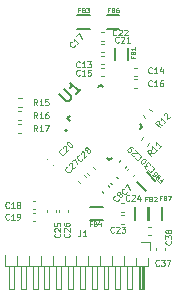
<source format=gbr>
%TF.GenerationSoftware,KiCad,Pcbnew,(6.0.5)*%
%TF.CreationDate,2023-11-22T15:12:11+07:00*%
%TF.ProjectId,lidar,6c696461-722e-46b6-9963-61645f706362,rev?*%
%TF.SameCoordinates,Original*%
%TF.FileFunction,Legend,Top*%
%TF.FilePolarity,Positive*%
%FSLAX46Y46*%
G04 Gerber Fmt 4.6, Leading zero omitted, Abs format (unit mm)*
G04 Created by KiCad (PCBNEW (6.0.5)) date 2023-11-22 15:12:11*
%MOMM*%
%LPD*%
G01*
G04 APERTURE LIST*
%ADD10C,0.125000*%
%ADD11C,0.098425*%
%ADD12C,0.150000*%
%ADD13C,0.120000*%
%ADD14C,0.127000*%
%ADD15C,0.200000*%
G04 APERTURE END LIST*
D10*
%TO.C,C21*%
X139178571Y-76178571D02*
X139154761Y-76202380D01*
X139083333Y-76226190D01*
X139035714Y-76226190D01*
X138964285Y-76202380D01*
X138916666Y-76154761D01*
X138892857Y-76107142D01*
X138869047Y-76011904D01*
X138869047Y-75940476D01*
X138892857Y-75845238D01*
X138916666Y-75797619D01*
X138964285Y-75750000D01*
X139035714Y-75726190D01*
X139083333Y-75726190D01*
X139154761Y-75750000D01*
X139178571Y-75773809D01*
X139369047Y-75773809D02*
X139392857Y-75750000D01*
X139440476Y-75726190D01*
X139559523Y-75726190D01*
X139607142Y-75750000D01*
X139630952Y-75773809D01*
X139654761Y-75821428D01*
X139654761Y-75869047D01*
X139630952Y-75940476D01*
X139345238Y-76226190D01*
X139654761Y-76226190D01*
X140130952Y-76226190D02*
X139845238Y-76226190D01*
X139988095Y-76226190D02*
X139988095Y-75726190D01*
X139940476Y-75797619D01*
X139892857Y-75845238D01*
X139845238Y-75869047D01*
%TO.C,C27*%
X135098983Y-87053553D02*
X135098983Y-87087225D01*
X135065311Y-87154568D01*
X135031640Y-87188240D01*
X134964296Y-87221912D01*
X134896953Y-87221912D01*
X134846445Y-87205076D01*
X134762266Y-87154568D01*
X134711758Y-87104061D01*
X134661250Y-87019881D01*
X134644415Y-86969374D01*
X134644415Y-86902030D01*
X134678086Y-86834687D01*
X134711758Y-86801015D01*
X134779102Y-86767343D01*
X134812773Y-86767343D01*
X134947460Y-86632656D02*
X134947460Y-86598984D01*
X134964296Y-86548477D01*
X135048476Y-86464297D01*
X135098983Y-86447461D01*
X135132655Y-86447461D01*
X135183163Y-86464297D01*
X135216834Y-86497969D01*
X135250506Y-86565312D01*
X135250506Y-86969374D01*
X135469373Y-86750507D01*
X135233670Y-86279103D02*
X135469373Y-86043400D01*
X135671403Y-86548477D01*
%TO.C,C19*%
X129878571Y-91178571D02*
X129854761Y-91202380D01*
X129783333Y-91226190D01*
X129735714Y-91226190D01*
X129664285Y-91202380D01*
X129616666Y-91154761D01*
X129592857Y-91107142D01*
X129569047Y-91011904D01*
X129569047Y-90940476D01*
X129592857Y-90845238D01*
X129616666Y-90797619D01*
X129664285Y-90750000D01*
X129735714Y-90726190D01*
X129783333Y-90726190D01*
X129854761Y-90750000D01*
X129878571Y-90773809D01*
X130354761Y-91226190D02*
X130069047Y-91226190D01*
X130211904Y-91226190D02*
X130211904Y-90726190D01*
X130164285Y-90797619D01*
X130116666Y-90845238D01*
X130069047Y-90869047D01*
X130592857Y-91226190D02*
X130688095Y-91226190D01*
X130735714Y-91202380D01*
X130759523Y-91178571D01*
X130807142Y-91107142D01*
X130830952Y-91011904D01*
X130830952Y-90821428D01*
X130807142Y-90773809D01*
X130783333Y-90750000D01*
X130735714Y-90726190D01*
X130640476Y-90726190D01*
X130592857Y-90750000D01*
X130569047Y-90773809D01*
X130545238Y-90821428D01*
X130545238Y-90940476D01*
X130569047Y-90988095D01*
X130592857Y-91011904D01*
X130640476Y-91035714D01*
X130735714Y-91035714D01*
X130783333Y-91011904D01*
X130807142Y-90988095D01*
X130830952Y-90940476D01*
%TO.C,C14*%
X141978571Y-78778571D02*
X141954761Y-78802380D01*
X141883333Y-78826190D01*
X141835714Y-78826190D01*
X141764285Y-78802380D01*
X141716666Y-78754761D01*
X141692857Y-78707142D01*
X141669047Y-78611904D01*
X141669047Y-78540476D01*
X141692857Y-78445238D01*
X141716666Y-78397619D01*
X141764285Y-78350000D01*
X141835714Y-78326190D01*
X141883333Y-78326190D01*
X141954761Y-78350000D01*
X141978571Y-78373809D01*
X142454761Y-78826190D02*
X142169047Y-78826190D01*
X142311904Y-78826190D02*
X142311904Y-78326190D01*
X142264285Y-78397619D01*
X142216666Y-78445238D01*
X142169047Y-78469047D01*
X142883333Y-78492857D02*
X142883333Y-78826190D01*
X142764285Y-78302380D02*
X142645238Y-78659523D01*
X142954761Y-78659523D01*
%TO.C,C25*%
X134178571Y-92421428D02*
X134202380Y-92445238D01*
X134226190Y-92516666D01*
X134226190Y-92564285D01*
X134202380Y-92635714D01*
X134154761Y-92683333D01*
X134107142Y-92707142D01*
X134011904Y-92730952D01*
X133940476Y-92730952D01*
X133845238Y-92707142D01*
X133797619Y-92683333D01*
X133750000Y-92635714D01*
X133726190Y-92564285D01*
X133726190Y-92516666D01*
X133750000Y-92445238D01*
X133773809Y-92421428D01*
X133773809Y-92230952D02*
X133750000Y-92207142D01*
X133726190Y-92159523D01*
X133726190Y-92040476D01*
X133750000Y-91992857D01*
X133773809Y-91969047D01*
X133821428Y-91945238D01*
X133869047Y-91945238D01*
X133940476Y-91969047D01*
X134226190Y-92254761D01*
X134226190Y-91945238D01*
X133726190Y-91492857D02*
X133726190Y-91730952D01*
X133964285Y-91754761D01*
X133940476Y-91730952D01*
X133916666Y-91683333D01*
X133916666Y-91564285D01*
X133940476Y-91516666D01*
X133964285Y-91492857D01*
X134011904Y-91469047D01*
X134130952Y-91469047D01*
X134178571Y-91492857D01*
X134202380Y-91516666D01*
X134226190Y-91564285D01*
X134226190Y-91683333D01*
X134202380Y-91730952D01*
X134178571Y-91754761D01*
%TO.C,C7*%
X139867343Y-88885194D02*
X139867343Y-88918866D01*
X139833671Y-88986209D01*
X139800000Y-89019881D01*
X139732656Y-89053553D01*
X139665312Y-89053553D01*
X139614805Y-89036717D01*
X139530625Y-88986209D01*
X139480118Y-88935702D01*
X139429610Y-88851522D01*
X139412774Y-88801015D01*
X139412774Y-88733671D01*
X139446446Y-88666328D01*
X139480118Y-88632656D01*
X139547461Y-88598984D01*
X139581133Y-88598984D01*
X139665312Y-88447461D02*
X139901015Y-88211759D01*
X140103045Y-88716835D01*
%TO.C,C23*%
X138778571Y-92278571D02*
X138754761Y-92302380D01*
X138683333Y-92326190D01*
X138635714Y-92326190D01*
X138564285Y-92302380D01*
X138516666Y-92254761D01*
X138492857Y-92207142D01*
X138469047Y-92111904D01*
X138469047Y-92040476D01*
X138492857Y-91945238D01*
X138516666Y-91897619D01*
X138564285Y-91850000D01*
X138635714Y-91826190D01*
X138683333Y-91826190D01*
X138754761Y-91850000D01*
X138778571Y-91873809D01*
X138969047Y-91873809D02*
X138992857Y-91850000D01*
X139040476Y-91826190D01*
X139159523Y-91826190D01*
X139207142Y-91850000D01*
X139230952Y-91873809D01*
X139254761Y-91921428D01*
X139254761Y-91969047D01*
X139230952Y-92040476D01*
X138945238Y-92326190D01*
X139254761Y-92326190D01*
X139421428Y-91826190D02*
X139730952Y-91826190D01*
X139564285Y-92016666D01*
X139635714Y-92016666D01*
X139683333Y-92040476D01*
X139707142Y-92064285D01*
X139730952Y-92111904D01*
X139730952Y-92230952D01*
X139707142Y-92278571D01*
X139683333Y-92302380D01*
X139635714Y-92326190D01*
X139492857Y-92326190D01*
X139445238Y-92302380D01*
X139421428Y-92278571D01*
%TO.C,C28*%
X136098983Y-86053553D02*
X136098983Y-86087225D01*
X136065311Y-86154568D01*
X136031640Y-86188240D01*
X135964296Y-86221912D01*
X135896953Y-86221912D01*
X135846445Y-86205076D01*
X135762266Y-86154568D01*
X135711758Y-86104061D01*
X135661250Y-86019881D01*
X135644415Y-85969374D01*
X135644415Y-85902030D01*
X135678086Y-85834687D01*
X135711758Y-85801015D01*
X135779102Y-85767343D01*
X135812773Y-85767343D01*
X135947460Y-85632656D02*
X135947460Y-85598984D01*
X135964296Y-85548477D01*
X136048476Y-85464297D01*
X136098983Y-85447461D01*
X136132655Y-85447461D01*
X136183163Y-85464297D01*
X136216834Y-85497969D01*
X136250506Y-85565312D01*
X136250506Y-85969374D01*
X136469373Y-85750507D01*
X136469373Y-85346446D02*
X136418865Y-85363282D01*
X136385193Y-85363282D01*
X136334686Y-85346446D01*
X136317850Y-85329610D01*
X136301014Y-85279103D01*
X136301014Y-85245431D01*
X136317850Y-85194923D01*
X136385193Y-85127580D01*
X136435701Y-85110744D01*
X136469373Y-85110744D01*
X136519880Y-85127580D01*
X136536716Y-85144416D01*
X136553552Y-85194923D01*
X136553552Y-85228595D01*
X136536716Y-85279103D01*
X136469373Y-85346446D01*
X136452537Y-85396954D01*
X136452537Y-85430625D01*
X136469373Y-85481133D01*
X136536716Y-85548477D01*
X136587224Y-85565312D01*
X136620895Y-85565312D01*
X136671403Y-85548477D01*
X136738747Y-85481133D01*
X136755582Y-85430625D01*
X136755582Y-85396954D01*
X136738747Y-85346446D01*
X136671403Y-85279103D01*
X136620895Y-85262267D01*
X136587224Y-85262267D01*
X136536716Y-85279103D01*
%TO.C,R12*%
X142832656Y-83187225D02*
X142546446Y-83136717D01*
X142630625Y-83389255D02*
X142277072Y-83035702D01*
X142411759Y-82901015D01*
X142462267Y-82884179D01*
X142495938Y-82884179D01*
X142546446Y-82901015D01*
X142596954Y-82951522D01*
X142613790Y-83002030D01*
X142613790Y-83035702D01*
X142596954Y-83086209D01*
X142462267Y-83220896D01*
X143169374Y-82850507D02*
X142967343Y-83052538D01*
X143068358Y-82951522D02*
X142714805Y-82597969D01*
X142731641Y-82682148D01*
X142731641Y-82749492D01*
X142714805Y-82800000D01*
X142984179Y-82395938D02*
X142984179Y-82362267D01*
X143001015Y-82311759D01*
X143085194Y-82227580D01*
X143135702Y-82210744D01*
X143169374Y-82210744D01*
X143219881Y-82227580D01*
X143253553Y-82261251D01*
X143287225Y-82328595D01*
X143287225Y-82732656D01*
X143506091Y-82513790D01*
%TO.C,C30*%
X141953553Y-86701014D02*
X141987225Y-86701014D01*
X142054568Y-86734686D01*
X142088240Y-86768357D01*
X142121912Y-86835701D01*
X142121912Y-86903044D01*
X142105076Y-86953552D01*
X142054568Y-87037731D01*
X142004061Y-87088239D01*
X141919881Y-87138747D01*
X141869374Y-87155582D01*
X141802030Y-87155582D01*
X141734687Y-87121911D01*
X141701015Y-87088239D01*
X141667343Y-87020895D01*
X141667343Y-86987224D01*
X141515820Y-86903044D02*
X141296954Y-86684178D01*
X141549492Y-86667342D01*
X141498984Y-86616834D01*
X141482148Y-86566327D01*
X141482148Y-86532655D01*
X141498984Y-86482147D01*
X141583164Y-86397968D01*
X141633671Y-86381132D01*
X141667343Y-86381132D01*
X141717851Y-86397968D01*
X141818866Y-86498983D01*
X141835702Y-86549491D01*
X141835702Y-86583163D01*
X141078087Y-86465311D02*
X141044416Y-86431640D01*
X141027580Y-86381132D01*
X141027580Y-86347460D01*
X141044416Y-86296953D01*
X141094923Y-86212773D01*
X141179103Y-86128594D01*
X141263282Y-86078086D01*
X141313790Y-86061250D01*
X141347461Y-86061250D01*
X141397969Y-86078086D01*
X141431641Y-86111758D01*
X141448477Y-86162266D01*
X141448477Y-86195937D01*
X141431641Y-86246445D01*
X141381133Y-86330624D01*
X141296954Y-86414804D01*
X141212774Y-86465311D01*
X141162267Y-86482147D01*
X141128595Y-86482147D01*
X141078087Y-86465311D01*
%TO.C,C17*%
X135464670Y-76456496D02*
X135464670Y-76490168D01*
X135430998Y-76557511D01*
X135397327Y-76591183D01*
X135329983Y-76624855D01*
X135262640Y-76624855D01*
X135212132Y-76608019D01*
X135127953Y-76557511D01*
X135077445Y-76507004D01*
X135026937Y-76422824D01*
X135010102Y-76372317D01*
X135010102Y-76304973D01*
X135043773Y-76237630D01*
X135077445Y-76203958D01*
X135144789Y-76170286D01*
X135178460Y-76170286D01*
X135835060Y-76153450D02*
X135633029Y-76355481D01*
X135734044Y-76254465D02*
X135380491Y-75900912D01*
X135397327Y-75985091D01*
X135397327Y-76052435D01*
X135380491Y-76102943D01*
X135599357Y-75682046D02*
X135835060Y-75446343D01*
X136037090Y-75951420D01*
%TO.C,R11*%
X142132655Y-85587225D02*
X141846445Y-85536717D01*
X141930624Y-85789255D02*
X141577071Y-85435702D01*
X141711758Y-85301015D01*
X141762266Y-85284179D01*
X141795937Y-85284179D01*
X141846445Y-85301015D01*
X141896953Y-85351522D01*
X141913789Y-85402030D01*
X141913789Y-85435702D01*
X141896953Y-85486209D01*
X141762266Y-85620896D01*
X142469373Y-85250507D02*
X142267342Y-85452538D01*
X142368357Y-85351522D02*
X142014804Y-84997969D01*
X142031640Y-85082148D01*
X142031640Y-85149492D01*
X142014804Y-85200000D01*
X142806090Y-84913790D02*
X142604060Y-85115820D01*
X142705075Y-85014805D02*
X142351521Y-84661251D01*
X142368357Y-84745431D01*
X142368357Y-84812774D01*
X142351521Y-84863282D01*
%TO.C,C8*%
X139167343Y-89485194D02*
X139167343Y-89518866D01*
X139133671Y-89586209D01*
X139100000Y-89619881D01*
X139032656Y-89653553D01*
X138965312Y-89653553D01*
X138914805Y-89636717D01*
X138830625Y-89586209D01*
X138780118Y-89535702D01*
X138729610Y-89451522D01*
X138712774Y-89401015D01*
X138712774Y-89333671D01*
X138746446Y-89266328D01*
X138780118Y-89232656D01*
X138847461Y-89198984D01*
X138881133Y-89198984D01*
X139201015Y-89114805D02*
X139150507Y-89131641D01*
X139116835Y-89131641D01*
X139066328Y-89114805D01*
X139049492Y-89097969D01*
X139032656Y-89047461D01*
X139032656Y-89013790D01*
X139049492Y-88963282D01*
X139116835Y-88895938D01*
X139167343Y-88879103D01*
X139201015Y-88879103D01*
X139251522Y-88895938D01*
X139268358Y-88912774D01*
X139285194Y-88963282D01*
X139285194Y-88996954D01*
X139268358Y-89047461D01*
X139201015Y-89114805D01*
X139184179Y-89165312D01*
X139184179Y-89198984D01*
X139201015Y-89249492D01*
X139268358Y-89316835D01*
X139318866Y-89333671D01*
X139352538Y-89333671D01*
X139403045Y-89316835D01*
X139470389Y-89249492D01*
X139487225Y-89198984D01*
X139487225Y-89165312D01*
X139470389Y-89114805D01*
X139403045Y-89047461D01*
X139352538Y-89030625D01*
X139318866Y-89030625D01*
X139268358Y-89047461D01*
%TO.C,C18*%
X129878571Y-90178571D02*
X129854761Y-90202380D01*
X129783333Y-90226190D01*
X129735714Y-90226190D01*
X129664285Y-90202380D01*
X129616666Y-90154761D01*
X129592857Y-90107142D01*
X129569047Y-90011904D01*
X129569047Y-89940476D01*
X129592857Y-89845238D01*
X129616666Y-89797619D01*
X129664285Y-89750000D01*
X129735714Y-89726190D01*
X129783333Y-89726190D01*
X129854761Y-89750000D01*
X129878571Y-89773809D01*
X130354761Y-90226190D02*
X130069047Y-90226190D01*
X130211904Y-90226190D02*
X130211904Y-89726190D01*
X130164285Y-89797619D01*
X130116666Y-89845238D01*
X130069047Y-89869047D01*
X130640476Y-89940476D02*
X130592857Y-89916666D01*
X130569047Y-89892857D01*
X130545238Y-89845238D01*
X130545238Y-89821428D01*
X130569047Y-89773809D01*
X130592857Y-89750000D01*
X130640476Y-89726190D01*
X130735714Y-89726190D01*
X130783333Y-89750000D01*
X130807142Y-89773809D01*
X130830952Y-89821428D01*
X130830952Y-89845238D01*
X130807142Y-89892857D01*
X130783333Y-89916666D01*
X130735714Y-89940476D01*
X130640476Y-89940476D01*
X130592857Y-89964285D01*
X130569047Y-89988095D01*
X130545238Y-90035714D01*
X130545238Y-90130952D01*
X130569047Y-90178571D01*
X130592857Y-90202380D01*
X130640476Y-90226190D01*
X130735714Y-90226190D01*
X130783333Y-90202380D01*
X130807142Y-90178571D01*
X130830952Y-90130952D01*
X130830952Y-90035714D01*
X130807142Y-89988095D01*
X130783333Y-89964285D01*
X130735714Y-89940476D01*
%TO.C,C15*%
X135878571Y-78978571D02*
X135854761Y-79002380D01*
X135783333Y-79026190D01*
X135735714Y-79026190D01*
X135664285Y-79002380D01*
X135616666Y-78954761D01*
X135592857Y-78907142D01*
X135569047Y-78811904D01*
X135569047Y-78740476D01*
X135592857Y-78645238D01*
X135616666Y-78597619D01*
X135664285Y-78550000D01*
X135735714Y-78526190D01*
X135783333Y-78526190D01*
X135854761Y-78550000D01*
X135878571Y-78573809D01*
X136354761Y-79026190D02*
X136069047Y-79026190D01*
X136211904Y-79026190D02*
X136211904Y-78526190D01*
X136164285Y-78597619D01*
X136116666Y-78645238D01*
X136069047Y-78669047D01*
X136807142Y-78526190D02*
X136569047Y-78526190D01*
X136545238Y-78764285D01*
X136569047Y-78740476D01*
X136616666Y-78716666D01*
X136735714Y-78716666D01*
X136783333Y-78740476D01*
X136807142Y-78764285D01*
X136830952Y-78811904D01*
X136830952Y-78930952D01*
X136807142Y-78978571D01*
X136783333Y-79002380D01*
X136735714Y-79026190D01*
X136616666Y-79026190D01*
X136569047Y-79002380D01*
X136545238Y-78978571D01*
D11*
%TO.C,FB7*%
X142771915Y-89371878D02*
X142640682Y-89371878D01*
X142640682Y-89578102D02*
X142640682Y-89184401D01*
X142828158Y-89184401D01*
X143109373Y-89371878D02*
X143165616Y-89390626D01*
X143184364Y-89409373D01*
X143203112Y-89446869D01*
X143203112Y-89503112D01*
X143184364Y-89540607D01*
X143165616Y-89559355D01*
X143128121Y-89578102D01*
X142978140Y-89578102D01*
X142978140Y-89184401D01*
X143109373Y-89184401D01*
X143146869Y-89203149D01*
X143165616Y-89221897D01*
X143184364Y-89259392D01*
X143184364Y-89296887D01*
X143165616Y-89334383D01*
X143146869Y-89353130D01*
X143109373Y-89371878D01*
X142978140Y-89371878D01*
X143334345Y-89184401D02*
X143596813Y-89184401D01*
X143428084Y-89578102D01*
%TO.C,FB5*%
X142712105Y-87851875D02*
X142804901Y-87944671D01*
X142950724Y-87798849D02*
X142672335Y-88077237D01*
X142539769Y-87944671D01*
X142473486Y-87613256D02*
X142446973Y-87560230D01*
X142446973Y-87533716D01*
X142460230Y-87493947D01*
X142500000Y-87454177D01*
X142539769Y-87440920D01*
X142566283Y-87440920D01*
X142606052Y-87454177D01*
X142712105Y-87560230D01*
X142433716Y-87838618D01*
X142340920Y-87745822D01*
X142327664Y-87706052D01*
X142327664Y-87679539D01*
X142340920Y-87639769D01*
X142367433Y-87613256D01*
X142407203Y-87599999D01*
X142433716Y-87599999D01*
X142473486Y-87613256D01*
X142566283Y-87706052D01*
X142022762Y-87427664D02*
X142155328Y-87560230D01*
X142301150Y-87440920D01*
X142274637Y-87440920D01*
X142234867Y-87427664D01*
X142168584Y-87361381D01*
X142155328Y-87321611D01*
X142155328Y-87295098D01*
X142168584Y-87255328D01*
X142234867Y-87189045D01*
X142274637Y-87175788D01*
X142301150Y-87175788D01*
X142340920Y-87189045D01*
X142407203Y-87255328D01*
X142420460Y-87295098D01*
X142420460Y-87321611D01*
D10*
%TO.C,R17*%
X132278571Y-83726190D02*
X132111904Y-83488095D01*
X131992857Y-83726190D02*
X131992857Y-83226190D01*
X132183333Y-83226190D01*
X132230952Y-83250000D01*
X132254761Y-83273809D01*
X132278571Y-83321428D01*
X132278571Y-83392857D01*
X132254761Y-83440476D01*
X132230952Y-83464285D01*
X132183333Y-83488095D01*
X131992857Y-83488095D01*
X132754761Y-83726190D02*
X132469047Y-83726190D01*
X132611904Y-83726190D02*
X132611904Y-83226190D01*
X132564285Y-83297619D01*
X132516666Y-83345238D01*
X132469047Y-83369047D01*
X132921428Y-83226190D02*
X133254761Y-83226190D01*
X133040476Y-83726190D01*
D11*
%TO.C,FB4*%
X136871915Y-91551878D02*
X136740682Y-91551878D01*
X136740682Y-91758102D02*
X136740682Y-91364401D01*
X136928158Y-91364401D01*
X137209373Y-91551878D02*
X137265616Y-91570626D01*
X137284364Y-91589373D01*
X137303112Y-91626869D01*
X137303112Y-91683112D01*
X137284364Y-91720607D01*
X137265616Y-91739355D01*
X137228121Y-91758102D01*
X137078140Y-91758102D01*
X137078140Y-91364401D01*
X137209373Y-91364401D01*
X137246869Y-91383149D01*
X137265616Y-91401897D01*
X137284364Y-91439392D01*
X137284364Y-91476887D01*
X137265616Y-91514383D01*
X137246869Y-91533130D01*
X137209373Y-91551878D01*
X137078140Y-91551878D01*
X137640570Y-91495635D02*
X137640570Y-91758102D01*
X137546831Y-91345654D02*
X137453093Y-91626869D01*
X137696813Y-91626869D01*
D10*
%TO.C,C20*%
X134598984Y-85553553D02*
X134598984Y-85587225D01*
X134565312Y-85654568D01*
X134531641Y-85688240D01*
X134464297Y-85721912D01*
X134396954Y-85721912D01*
X134346446Y-85705076D01*
X134262267Y-85654568D01*
X134211759Y-85604061D01*
X134161251Y-85519881D01*
X134144416Y-85469374D01*
X134144416Y-85402030D01*
X134178087Y-85334687D01*
X134211759Y-85301015D01*
X134279103Y-85267343D01*
X134312774Y-85267343D01*
X134447461Y-85132656D02*
X134447461Y-85098984D01*
X134464297Y-85048477D01*
X134548477Y-84964297D01*
X134598984Y-84947461D01*
X134632656Y-84947461D01*
X134683164Y-84964297D01*
X134716835Y-84997969D01*
X134750507Y-85065312D01*
X134750507Y-85469374D01*
X134969374Y-85250507D01*
X134834687Y-84678087D02*
X134868358Y-84644416D01*
X134918866Y-84627580D01*
X134952538Y-84627580D01*
X135003045Y-84644416D01*
X135087225Y-84694923D01*
X135171404Y-84779103D01*
X135221912Y-84863282D01*
X135238748Y-84913790D01*
X135238748Y-84947461D01*
X135221912Y-84997969D01*
X135188240Y-85031641D01*
X135137732Y-85048477D01*
X135104061Y-85048477D01*
X135053553Y-85031641D01*
X134969374Y-84981133D01*
X134885194Y-84896954D01*
X134834687Y-84812774D01*
X134817851Y-84762267D01*
X134817851Y-84728595D01*
X134834687Y-84678087D01*
D12*
%TO.C,U1*%
X134160746Y-80570582D02*
X134733166Y-81143002D01*
X134834181Y-81176674D01*
X134901525Y-81176674D01*
X135002540Y-81143002D01*
X135137227Y-81008315D01*
X135170899Y-80907300D01*
X135170899Y-80839956D01*
X135137227Y-80738941D01*
X134564807Y-80166521D01*
X135979021Y-80166521D02*
X135574960Y-80570582D01*
X135776990Y-80368552D02*
X135069884Y-79661445D01*
X135103555Y-79829804D01*
X135103555Y-79964491D01*
X135069884Y-80065506D01*
D10*
%TO.C,C26*%
X134978571Y-92421428D02*
X135002380Y-92445238D01*
X135026190Y-92516666D01*
X135026190Y-92564285D01*
X135002380Y-92635714D01*
X134954761Y-92683333D01*
X134907142Y-92707142D01*
X134811904Y-92730952D01*
X134740476Y-92730952D01*
X134645238Y-92707142D01*
X134597619Y-92683333D01*
X134550000Y-92635714D01*
X134526190Y-92564285D01*
X134526190Y-92516666D01*
X134550000Y-92445238D01*
X134573809Y-92421428D01*
X134573809Y-92230952D02*
X134550000Y-92207142D01*
X134526190Y-92159523D01*
X134526190Y-92040476D01*
X134550000Y-91992857D01*
X134573809Y-91969047D01*
X134621428Y-91945238D01*
X134669047Y-91945238D01*
X134740476Y-91969047D01*
X135026190Y-92254761D01*
X135026190Y-91945238D01*
X134526190Y-91516666D02*
X134526190Y-91611904D01*
X134550000Y-91659523D01*
X134573809Y-91683333D01*
X134645238Y-91730952D01*
X134740476Y-91754761D01*
X134930952Y-91754761D01*
X134978571Y-91730952D01*
X135002380Y-91707142D01*
X135026190Y-91659523D01*
X135026190Y-91564285D01*
X135002380Y-91516666D01*
X134978571Y-91492857D01*
X134930952Y-91469047D01*
X134811904Y-91469047D01*
X134764285Y-91492857D01*
X134740476Y-91516666D01*
X134716666Y-91564285D01*
X134716666Y-91659523D01*
X134740476Y-91707142D01*
X134764285Y-91730952D01*
X134811904Y-91754761D01*
%TO.C,C13*%
X135878571Y-78278571D02*
X135854761Y-78302380D01*
X135783333Y-78326190D01*
X135735714Y-78326190D01*
X135664285Y-78302380D01*
X135616666Y-78254761D01*
X135592857Y-78207142D01*
X135569047Y-78111904D01*
X135569047Y-78040476D01*
X135592857Y-77945238D01*
X135616666Y-77897619D01*
X135664285Y-77850000D01*
X135735714Y-77826190D01*
X135783333Y-77826190D01*
X135854761Y-77850000D01*
X135878571Y-77873809D01*
X136354761Y-78326190D02*
X136069047Y-78326190D01*
X136211904Y-78326190D02*
X136211904Y-77826190D01*
X136164285Y-77897619D01*
X136116666Y-77945238D01*
X136069047Y-77969047D01*
X136521428Y-77826190D02*
X136830952Y-77826190D01*
X136664285Y-78016666D01*
X136735714Y-78016666D01*
X136783333Y-78040476D01*
X136807142Y-78064285D01*
X136830952Y-78111904D01*
X136830952Y-78230952D01*
X136807142Y-78278571D01*
X136783333Y-78302380D01*
X136735714Y-78326190D01*
X136592857Y-78326190D01*
X136545238Y-78302380D01*
X136521428Y-78278571D01*
D11*
%TO.C,FB2*%
X141571915Y-89471878D02*
X141440682Y-89471878D01*
X141440682Y-89678102D02*
X141440682Y-89284401D01*
X141628158Y-89284401D01*
X141909373Y-89471878D02*
X141965616Y-89490626D01*
X141984364Y-89509373D01*
X142003112Y-89546869D01*
X142003112Y-89603112D01*
X141984364Y-89640607D01*
X141965616Y-89659355D01*
X141928121Y-89678102D01*
X141778140Y-89678102D01*
X141778140Y-89284401D01*
X141909373Y-89284401D01*
X141946869Y-89303149D01*
X141965616Y-89321897D01*
X141984364Y-89359392D01*
X141984364Y-89396887D01*
X141965616Y-89434383D01*
X141946869Y-89453130D01*
X141909373Y-89471878D01*
X141778140Y-89471878D01*
X142153093Y-89321897D02*
X142171841Y-89303149D01*
X142209336Y-89284401D01*
X142303074Y-89284401D01*
X142340570Y-89303149D01*
X142359317Y-89321897D01*
X142378065Y-89359392D01*
X142378065Y-89396887D01*
X142359317Y-89453130D01*
X142134345Y-89678102D01*
X142378065Y-89678102D01*
%TO.C,FB3*%
X135871915Y-73471878D02*
X135740682Y-73471878D01*
X135740682Y-73678102D02*
X135740682Y-73284401D01*
X135928158Y-73284401D01*
X136209373Y-73471878D02*
X136265616Y-73490626D01*
X136284364Y-73509373D01*
X136303112Y-73546869D01*
X136303112Y-73603112D01*
X136284364Y-73640607D01*
X136265616Y-73659355D01*
X136228121Y-73678102D01*
X136078140Y-73678102D01*
X136078140Y-73284401D01*
X136209373Y-73284401D01*
X136246869Y-73303149D01*
X136265616Y-73321897D01*
X136284364Y-73359392D01*
X136284364Y-73396887D01*
X136265616Y-73434383D01*
X136246869Y-73453130D01*
X136209373Y-73471878D01*
X136078140Y-73471878D01*
X136434345Y-73284401D02*
X136678065Y-73284401D01*
X136546831Y-73434383D01*
X136603074Y-73434383D01*
X136640570Y-73453130D01*
X136659317Y-73471878D01*
X136678065Y-73509373D01*
X136678065Y-73603112D01*
X136659317Y-73640607D01*
X136640570Y-73659355D01*
X136603074Y-73678102D01*
X136490588Y-73678102D01*
X136453093Y-73659355D01*
X136434345Y-73640607D01*
%TO.C,FB6*%
X138371915Y-73471878D02*
X138240682Y-73471878D01*
X138240682Y-73678102D02*
X138240682Y-73284401D01*
X138428158Y-73284401D01*
X138709373Y-73471878D02*
X138765616Y-73490626D01*
X138784364Y-73509373D01*
X138803112Y-73546869D01*
X138803112Y-73603112D01*
X138784364Y-73640607D01*
X138765616Y-73659355D01*
X138728121Y-73678102D01*
X138578140Y-73678102D01*
X138578140Y-73284401D01*
X138709373Y-73284401D01*
X138746869Y-73303149D01*
X138765616Y-73321897D01*
X138784364Y-73359392D01*
X138784364Y-73396887D01*
X138765616Y-73434383D01*
X138746869Y-73453130D01*
X138709373Y-73471878D01*
X138578140Y-73471878D01*
X139140570Y-73284401D02*
X139065579Y-73284401D01*
X139028084Y-73303149D01*
X139009336Y-73321897D01*
X138971841Y-73378140D01*
X138953093Y-73453130D01*
X138953093Y-73603112D01*
X138971841Y-73640607D01*
X138990588Y-73659355D01*
X139028084Y-73678102D01*
X139103074Y-73678102D01*
X139140570Y-73659355D01*
X139159317Y-73640607D01*
X139178065Y-73603112D01*
X139178065Y-73509373D01*
X139159317Y-73471878D01*
X139140570Y-73453130D01*
X139103074Y-73434383D01*
X139028084Y-73434383D01*
X138990588Y-73453130D01*
X138971841Y-73471878D01*
X138953093Y-73509373D01*
%TO.C,FB1*%
X140371878Y-77428084D02*
X140371878Y-77559317D01*
X140578102Y-77559317D02*
X140184401Y-77559317D01*
X140184401Y-77371841D01*
X140371878Y-77090626D02*
X140390626Y-77034383D01*
X140409373Y-77015635D01*
X140446869Y-76996887D01*
X140503112Y-76996887D01*
X140540607Y-77015635D01*
X140559355Y-77034383D01*
X140578102Y-77071878D01*
X140578102Y-77221859D01*
X140184401Y-77221859D01*
X140184401Y-77090626D01*
X140203149Y-77053130D01*
X140221897Y-77034383D01*
X140259392Y-77015635D01*
X140296887Y-77015635D01*
X140334383Y-77034383D01*
X140353130Y-77053130D01*
X140371878Y-77090626D01*
X140371878Y-77221859D01*
X140578102Y-76621934D02*
X140578102Y-76846906D01*
X140578102Y-76734420D02*
X140184401Y-76734420D01*
X140240644Y-76771915D01*
X140278140Y-76809411D01*
X140296887Y-76846906D01*
D10*
%TO.C,C37*%
X142578571Y-95078571D02*
X142554761Y-95102380D01*
X142483333Y-95126190D01*
X142435714Y-95126190D01*
X142364285Y-95102380D01*
X142316666Y-95054761D01*
X142292857Y-95007142D01*
X142269047Y-94911904D01*
X142269047Y-94840476D01*
X142292857Y-94745238D01*
X142316666Y-94697619D01*
X142364285Y-94650000D01*
X142435714Y-94626190D01*
X142483333Y-94626190D01*
X142554761Y-94650000D01*
X142578571Y-94673809D01*
X142745238Y-94626190D02*
X143054761Y-94626190D01*
X142888095Y-94816666D01*
X142959523Y-94816666D01*
X143007142Y-94840476D01*
X143030952Y-94864285D01*
X143054761Y-94911904D01*
X143054761Y-95030952D01*
X143030952Y-95078571D01*
X143007142Y-95102380D01*
X142959523Y-95126190D01*
X142816666Y-95126190D01*
X142769047Y-95102380D01*
X142745238Y-95078571D01*
X143221428Y-94626190D02*
X143554761Y-94626190D01*
X143340476Y-95126190D01*
%TO.C,R15*%
X132278571Y-81526190D02*
X132111904Y-81288095D01*
X131992857Y-81526190D02*
X131992857Y-81026190D01*
X132183333Y-81026190D01*
X132230952Y-81050000D01*
X132254761Y-81073809D01*
X132278571Y-81121428D01*
X132278571Y-81192857D01*
X132254761Y-81240476D01*
X132230952Y-81264285D01*
X132183333Y-81288095D01*
X131992857Y-81288095D01*
X132754761Y-81526190D02*
X132469047Y-81526190D01*
X132611904Y-81526190D02*
X132611904Y-81026190D01*
X132564285Y-81097619D01*
X132516666Y-81145238D01*
X132469047Y-81169047D01*
X133207142Y-81026190D02*
X132969047Y-81026190D01*
X132945238Y-81264285D01*
X132969047Y-81240476D01*
X133016666Y-81216666D01*
X133135714Y-81216666D01*
X133183333Y-81240476D01*
X133207142Y-81264285D01*
X133230952Y-81311904D01*
X133230952Y-81430952D01*
X133207142Y-81478571D01*
X133183333Y-81502380D01*
X133135714Y-81526190D01*
X133016666Y-81526190D01*
X132969047Y-81502380D01*
X132945238Y-81478571D01*
%TO.C,C22*%
X138978571Y-75578571D02*
X138954761Y-75602380D01*
X138883333Y-75626190D01*
X138835714Y-75626190D01*
X138764285Y-75602380D01*
X138716666Y-75554761D01*
X138692857Y-75507142D01*
X138669047Y-75411904D01*
X138669047Y-75340476D01*
X138692857Y-75245238D01*
X138716666Y-75197619D01*
X138764285Y-75150000D01*
X138835714Y-75126190D01*
X138883333Y-75126190D01*
X138954761Y-75150000D01*
X138978571Y-75173809D01*
X139169047Y-75173809D02*
X139192857Y-75150000D01*
X139240476Y-75126190D01*
X139359523Y-75126190D01*
X139407142Y-75150000D01*
X139430952Y-75173809D01*
X139454761Y-75221428D01*
X139454761Y-75269047D01*
X139430952Y-75340476D01*
X139145238Y-75626190D01*
X139454761Y-75626190D01*
X139645238Y-75173809D02*
X139669047Y-75150000D01*
X139716666Y-75126190D01*
X139835714Y-75126190D01*
X139883333Y-75150000D01*
X139907142Y-75173809D01*
X139930952Y-75221428D01*
X139930952Y-75269047D01*
X139907142Y-75340476D01*
X139621428Y-75626190D01*
X139930952Y-75626190D01*
%TO.C,C29*%
X140853553Y-85701015D02*
X140887225Y-85701015D01*
X140954568Y-85734687D01*
X140988240Y-85768358D01*
X141021912Y-85835702D01*
X141021912Y-85903045D01*
X141005076Y-85953553D01*
X140954568Y-86037732D01*
X140904061Y-86088240D01*
X140819881Y-86138748D01*
X140769374Y-86155583D01*
X140702030Y-86155583D01*
X140634687Y-86121912D01*
X140601015Y-86088240D01*
X140567343Y-86020896D01*
X140567343Y-85987225D01*
X140432656Y-85852538D02*
X140398984Y-85852538D01*
X140348477Y-85835702D01*
X140264297Y-85751522D01*
X140247461Y-85701015D01*
X140247461Y-85667343D01*
X140264297Y-85616835D01*
X140297969Y-85583164D01*
X140365312Y-85549492D01*
X140769374Y-85549492D01*
X140550507Y-85330625D01*
X140382148Y-85162267D02*
X140314805Y-85094923D01*
X140264297Y-85078087D01*
X140230625Y-85078087D01*
X140146446Y-85094923D01*
X140062267Y-85145431D01*
X139927580Y-85280118D01*
X139910744Y-85330625D01*
X139910744Y-85364297D01*
X139927580Y-85414805D01*
X139994923Y-85482148D01*
X140045431Y-85498984D01*
X140079103Y-85498984D01*
X140129610Y-85482148D01*
X140213790Y-85397969D01*
X140230625Y-85347461D01*
X140230625Y-85313790D01*
X140213790Y-85263282D01*
X140146446Y-85195938D01*
X140095938Y-85179103D01*
X140062267Y-85179103D01*
X140011759Y-85195938D01*
%TO.C,R16*%
X132278571Y-82626190D02*
X132111904Y-82388095D01*
X131992857Y-82626190D02*
X131992857Y-82126190D01*
X132183333Y-82126190D01*
X132230952Y-82150000D01*
X132254761Y-82173809D01*
X132278571Y-82221428D01*
X132278571Y-82292857D01*
X132254761Y-82340476D01*
X132230952Y-82364285D01*
X132183333Y-82388095D01*
X131992857Y-82388095D01*
X132754761Y-82626190D02*
X132469047Y-82626190D01*
X132611904Y-82626190D02*
X132611904Y-82126190D01*
X132564285Y-82197619D01*
X132516666Y-82245238D01*
X132469047Y-82269047D01*
X133183333Y-82126190D02*
X133088095Y-82126190D01*
X133040476Y-82150000D01*
X133016666Y-82173809D01*
X132969047Y-82245238D01*
X132945238Y-82340476D01*
X132945238Y-82530952D01*
X132969047Y-82578571D01*
X132992857Y-82602380D01*
X133040476Y-82626190D01*
X133135714Y-82626190D01*
X133183333Y-82602380D01*
X133207142Y-82578571D01*
X133230952Y-82530952D01*
X133230952Y-82411904D01*
X133207142Y-82364285D01*
X133183333Y-82340476D01*
X133135714Y-82316666D01*
X133040476Y-82316666D01*
X132992857Y-82340476D01*
X132969047Y-82364285D01*
X132945238Y-82411904D01*
%TO.C,J1*%
X135933333Y-92126190D02*
X135933333Y-92483333D01*
X135909523Y-92554761D01*
X135861904Y-92602380D01*
X135790476Y-92626190D01*
X135742857Y-92626190D01*
X136433333Y-92626190D02*
X136147619Y-92626190D01*
X136290476Y-92626190D02*
X136290476Y-92126190D01*
X136242857Y-92197619D01*
X136195238Y-92245238D01*
X136147619Y-92269047D01*
%TO.C,C24*%
X140078571Y-89578571D02*
X140054761Y-89602380D01*
X139983333Y-89626190D01*
X139935714Y-89626190D01*
X139864285Y-89602380D01*
X139816666Y-89554761D01*
X139792857Y-89507142D01*
X139769047Y-89411904D01*
X139769047Y-89340476D01*
X139792857Y-89245238D01*
X139816666Y-89197619D01*
X139864285Y-89150000D01*
X139935714Y-89126190D01*
X139983333Y-89126190D01*
X140054761Y-89150000D01*
X140078571Y-89173809D01*
X140269047Y-89173809D02*
X140292857Y-89150000D01*
X140340476Y-89126190D01*
X140459523Y-89126190D01*
X140507142Y-89150000D01*
X140530952Y-89173809D01*
X140554761Y-89221428D01*
X140554761Y-89269047D01*
X140530952Y-89340476D01*
X140245238Y-89626190D01*
X140554761Y-89626190D01*
X140983333Y-89292857D02*
X140983333Y-89626190D01*
X140864285Y-89102380D02*
X140745238Y-89459523D01*
X141054761Y-89459523D01*
%TO.C,C16*%
X141978571Y-79878571D02*
X141954761Y-79902380D01*
X141883333Y-79926190D01*
X141835714Y-79926190D01*
X141764285Y-79902380D01*
X141716666Y-79854761D01*
X141692857Y-79807142D01*
X141669047Y-79711904D01*
X141669047Y-79640476D01*
X141692857Y-79545238D01*
X141716666Y-79497619D01*
X141764285Y-79450000D01*
X141835714Y-79426190D01*
X141883333Y-79426190D01*
X141954761Y-79450000D01*
X141978571Y-79473809D01*
X142454761Y-79926190D02*
X142169047Y-79926190D01*
X142311904Y-79926190D02*
X142311904Y-79426190D01*
X142264285Y-79497619D01*
X142216666Y-79545238D01*
X142169047Y-79569047D01*
X142883333Y-79426190D02*
X142788095Y-79426190D01*
X142740476Y-79450000D01*
X142716666Y-79473809D01*
X142669047Y-79545238D01*
X142645238Y-79640476D01*
X142645238Y-79830952D01*
X142669047Y-79878571D01*
X142692857Y-79902380D01*
X142740476Y-79926190D01*
X142835714Y-79926190D01*
X142883333Y-79902380D01*
X142907142Y-79878571D01*
X142930952Y-79830952D01*
X142930952Y-79711904D01*
X142907142Y-79664285D01*
X142883333Y-79640476D01*
X142835714Y-79616666D01*
X142740476Y-79616666D01*
X142692857Y-79640476D01*
X142669047Y-79664285D01*
X142645238Y-79711904D01*
%TO.C,C38*%
X143578571Y-93021428D02*
X143602380Y-93045238D01*
X143626190Y-93116666D01*
X143626190Y-93164285D01*
X143602380Y-93235714D01*
X143554761Y-93283333D01*
X143507142Y-93307142D01*
X143411904Y-93330952D01*
X143340476Y-93330952D01*
X143245238Y-93307142D01*
X143197619Y-93283333D01*
X143150000Y-93235714D01*
X143126190Y-93164285D01*
X143126190Y-93116666D01*
X143150000Y-93045238D01*
X143173809Y-93021428D01*
X143126190Y-92854761D02*
X143126190Y-92545238D01*
X143316666Y-92711904D01*
X143316666Y-92640476D01*
X143340476Y-92592857D01*
X143364285Y-92569047D01*
X143411904Y-92545238D01*
X143530952Y-92545238D01*
X143578571Y-92569047D01*
X143602380Y-92592857D01*
X143626190Y-92640476D01*
X143626190Y-92783333D01*
X143602380Y-92830952D01*
X143578571Y-92854761D01*
X143340476Y-92259523D02*
X143316666Y-92307142D01*
X143292857Y-92330952D01*
X143245238Y-92354761D01*
X143221428Y-92354761D01*
X143173809Y-92330952D01*
X143150000Y-92307142D01*
X143126190Y-92259523D01*
X143126190Y-92164285D01*
X143150000Y-92116666D01*
X143173809Y-92092857D01*
X143221428Y-92069047D01*
X143245238Y-92069047D01*
X143292857Y-92092857D01*
X143316666Y-92116666D01*
X143340476Y-92164285D01*
X143340476Y-92259523D01*
X143364285Y-92307142D01*
X143388095Y-92330952D01*
X143435714Y-92354761D01*
X143530952Y-92354761D01*
X143578571Y-92330952D01*
X143602380Y-92307142D01*
X143626190Y-92259523D01*
X143626190Y-92164285D01*
X143602380Y-92116666D01*
X143578571Y-92092857D01*
X143530952Y-92069047D01*
X143435714Y-92069047D01*
X143388095Y-92092857D01*
X143364285Y-92116666D01*
X143340476Y-92164285D01*
D13*
%TO.C,C21*%
X137907836Y-76340000D02*
X137692164Y-76340000D01*
X137907836Y-77060000D02*
X137692164Y-77060000D01*
%TO.C,C27*%
X135914593Y-88137910D02*
X135762090Y-87985407D01*
X136423710Y-87628793D02*
X136271207Y-87476290D01*
%TO.C,C19*%
X132107836Y-90640000D02*
X131892164Y-90640000D01*
X132107836Y-91360000D02*
X131892164Y-91360000D01*
%TO.C,C14*%
X140472164Y-79060000D02*
X140687836Y-79060000D01*
X140472164Y-78340000D02*
X140687836Y-78340000D01*
%TO.C,C25*%
X133860000Y-90392164D02*
X133860000Y-90607836D01*
X133140000Y-90392164D02*
X133140000Y-90607836D01*
%TO.C,C7*%
X138978307Y-87569190D02*
X139130810Y-87721693D01*
X138469190Y-88078307D02*
X138621693Y-88230810D01*
%TO.C,C23*%
X139607836Y-91560000D02*
X139392164Y-91560000D01*
X139607836Y-90840000D02*
X139392164Y-90840000D01*
%TO.C,C28*%
X136469190Y-87278307D02*
X136621693Y-87430810D01*
X136978307Y-86769190D02*
X137130810Y-86921693D01*
%TO.C,R12*%
X141977341Y-82039940D02*
X141760060Y-81822659D01*
X141439940Y-82577341D02*
X141222659Y-82360060D01*
%TO.C,C30*%
X139869190Y-87021693D02*
X140021693Y-86869190D01*
X140378307Y-87530810D02*
X140530810Y-87378307D01*
%TO.C,R11*%
X141560060Y-84977341D02*
X141777341Y-84760060D01*
X141022659Y-84439940D02*
X141239940Y-84222659D01*
%TO.C,C8*%
X138388310Y-88435893D02*
X138235807Y-88283390D01*
X137879193Y-88945010D02*
X137726690Y-88792507D01*
%TO.C,C18*%
X131892164Y-90360000D02*
X132107836Y-90360000D01*
X131892164Y-89640000D02*
X132107836Y-89640000D01*
%TO.C,C15*%
X137927836Y-78340000D02*
X137712164Y-78340000D01*
X137927836Y-79060000D02*
X137712164Y-79060000D01*
D14*
%TO.C,FB7*%
X142880000Y-91230000D02*
X142880000Y-90170000D01*
X141720000Y-91230000D02*
X141720000Y-90170000D01*
%TO.C,FB5*%
X140715111Y-88035355D02*
X141464645Y-88784889D01*
X141535355Y-87215111D02*
X142284889Y-87964645D01*
D13*
%TO.C,R17*%
X130621359Y-83880000D02*
X130928641Y-83880000D01*
X130621359Y-83120000D02*
X130928641Y-83120000D01*
D14*
%TO.C,FB4*%
X136770000Y-91280000D02*
X137830000Y-91280000D01*
X136770000Y-90120000D02*
X137830000Y-90120000D01*
D13*
%TO.C,C20*%
X133730810Y-86478307D02*
X133578307Y-86630810D01*
X133221693Y-85969190D02*
X133069190Y-86121693D01*
D14*
%TO.C,U1*%
X141181981Y-83353553D02*
X140969848Y-83141421D01*
X134818019Y-82646447D02*
X135030152Y-82434315D01*
X138353553Y-86181981D02*
X138565685Y-85969848D01*
X141181981Y-83353553D02*
X140969848Y-83565685D01*
X137646447Y-79818019D02*
X137434315Y-80030152D01*
X134818019Y-82646447D02*
X135030152Y-82858579D01*
X138353553Y-86181981D02*
X138141421Y-85969848D01*
X137646447Y-79818019D02*
X137858579Y-80030152D01*
D15*
X134815489Y-83668216D02*
G75*
G03*
X134815489Y-83668216I-100000J0D01*
G01*
D13*
%TO.C,C26*%
X134860000Y-90607836D02*
X134860000Y-90392164D01*
X134140000Y-90607836D02*
X134140000Y-90392164D01*
%TO.C,C13*%
X137692164Y-78060000D02*
X137907836Y-78060000D01*
X137692164Y-77340000D02*
X137907836Y-77340000D01*
D14*
%TO.C,FB2*%
X141680000Y-91230000D02*
X141680000Y-90170000D01*
X140520000Y-91230000D02*
X140520000Y-90170000D01*
%TO.C,FB3*%
X135670000Y-75080000D02*
X136730000Y-75080000D01*
X135670000Y-73920000D02*
X136730000Y-73920000D01*
%TO.C,FB6*%
X139230000Y-73920000D02*
X138170000Y-73920000D01*
X139230000Y-75080000D02*
X138170000Y-75080000D01*
%TO.C,FB1*%
X139980000Y-77730000D02*
X139980000Y-76670000D01*
X138820000Y-77730000D02*
X138820000Y-76670000D01*
D13*
%TO.C,C37*%
X142340000Y-93592164D02*
X142340000Y-93807836D01*
X143060000Y-93592164D02*
X143060000Y-93807836D01*
%TO.C,R15*%
X130646359Y-80920000D02*
X130953641Y-80920000D01*
X130646359Y-81680000D02*
X130953641Y-81680000D01*
%TO.C,C22*%
X137692164Y-75340000D02*
X137907836Y-75340000D01*
X137692164Y-76060000D02*
X137907836Y-76060000D01*
%TO.C,C29*%
X139830810Y-86678307D02*
X139678307Y-86830810D01*
X139321693Y-86169190D02*
X139169190Y-86321693D01*
%TO.C,R16*%
X130621359Y-82780000D02*
X130928641Y-82780000D01*
X130621359Y-82020000D02*
X130928641Y-82020000D01*
%TO.C,J1*%
X141100000Y-93115000D02*
X141785000Y-93115000D01*
X138310000Y-95110000D02*
X138310000Y-97110000D01*
X140310000Y-97110000D02*
X139890000Y-97110000D01*
X133310000Y-97110000D02*
X132890000Y-97110000D01*
X141785000Y-93115000D02*
X141785000Y-93800000D01*
X131600000Y-94268215D02*
X131600000Y-95110000D01*
X136890000Y-97110000D02*
X136890000Y-95110000D01*
X136310000Y-97110000D02*
X135890000Y-97110000D01*
X136600000Y-94268215D02*
X136600000Y-95110000D01*
X134310000Y-95110000D02*
X134310000Y-97110000D01*
X137890000Y-97110000D02*
X137890000Y-95110000D01*
X131310000Y-97110000D02*
X130890000Y-97110000D01*
X138600000Y-94268215D02*
X138600000Y-95110000D01*
X137310000Y-95110000D02*
X137310000Y-97110000D01*
X137310000Y-97110000D02*
X136890000Y-97110000D01*
X141010000Y-95110000D02*
X141010000Y-97110000D01*
X130310000Y-97110000D02*
X129890000Y-97110000D01*
X137600000Y-94268215D02*
X137600000Y-95110000D01*
X136310000Y-95110000D02*
X136310000Y-97110000D01*
X131890000Y-97110000D02*
X131890000Y-95110000D01*
X133600000Y-94268215D02*
X133600000Y-95110000D01*
X130600000Y-94268215D02*
X130600000Y-95110000D01*
X135890000Y-97110000D02*
X135890000Y-95110000D01*
X132890000Y-97110000D02*
X132890000Y-95110000D01*
X135310000Y-97110000D02*
X134890000Y-97110000D01*
X141310000Y-97110000D02*
X140890000Y-97110000D01*
X135600000Y-94268215D02*
X135600000Y-95110000D01*
X134600000Y-94268215D02*
X134600000Y-95110000D01*
X130890000Y-97110000D02*
X130890000Y-95110000D01*
X141660000Y-94485000D02*
X141660000Y-95110000D01*
X132600000Y-94268215D02*
X132600000Y-95110000D01*
X133310000Y-95110000D02*
X133310000Y-97110000D01*
X139890000Y-97110000D02*
X139890000Y-95110000D01*
X141660000Y-95110000D02*
X129540000Y-95110000D01*
X140310000Y-95110000D02*
X140310000Y-97110000D01*
X134890000Y-97110000D02*
X134890000Y-95110000D01*
X129540000Y-95110000D02*
X129540000Y-94194493D01*
X139310000Y-95110000D02*
X139310000Y-97110000D01*
X134310000Y-97110000D02*
X133890000Y-97110000D01*
X141250000Y-95110000D02*
X141250000Y-97110000D01*
X133890000Y-97110000D02*
X133890000Y-95110000D01*
X141130000Y-95110000D02*
X141130000Y-97110000D01*
X141310000Y-95110000D02*
X141310000Y-97110000D01*
X129890000Y-97110000D02*
X129890000Y-95110000D01*
X138310000Y-97110000D02*
X137890000Y-97110000D01*
X139310000Y-97110000D02*
X138890000Y-97110000D01*
X140890000Y-97110000D02*
X140890000Y-95110000D01*
X132310000Y-95110000D02*
X132310000Y-97110000D01*
X140600000Y-94485000D02*
X140600000Y-95110000D01*
X131310000Y-95110000D02*
X131310000Y-97110000D01*
X138890000Y-97110000D02*
X138890000Y-95110000D01*
X139600000Y-94268215D02*
X139600000Y-95110000D01*
X135310000Y-95110000D02*
X135310000Y-97110000D01*
X132310000Y-97110000D02*
X131890000Y-97110000D01*
X130310000Y-95110000D02*
X130310000Y-97110000D01*
%TO.C,C24*%
X139392164Y-89840000D02*
X139607836Y-89840000D01*
X139392164Y-90560000D02*
X139607836Y-90560000D01*
%TO.C,C16*%
X140687836Y-79340000D02*
X140472164Y-79340000D01*
X140687836Y-80060000D02*
X140472164Y-80060000D01*
%TO.C,C38*%
X141692164Y-91840000D02*
X141907836Y-91840000D01*
X141692164Y-92560000D02*
X141907836Y-92560000D01*
%TD*%
M02*

</source>
